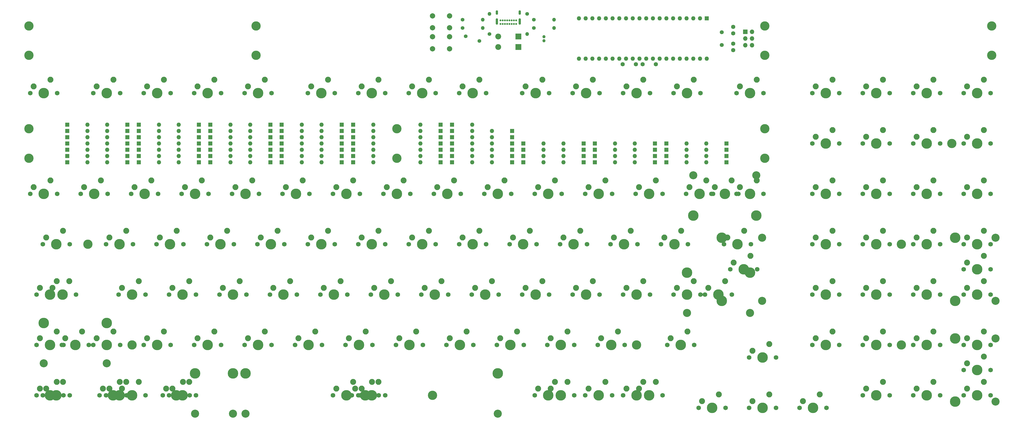
<source format=gbr>
%TF.GenerationSoftware,KiCad,Pcbnew,(6.0.0)*%
%TF.CreationDate,2022-03-15T20:57:22+01:00*%
%TF.ProjectId,pcb,7063622e-6b69-4636-9164-5f7063625858,rev?*%
%TF.SameCoordinates,Original*%
%TF.FileFunction,Soldermask,Bot*%
%TF.FilePolarity,Negative*%
%FSLAX46Y46*%
G04 Gerber Fmt 4.6, Leading zero omitted, Abs format (unit mm)*
G04 Created by KiCad (PCBNEW (6.0.0)) date 2022-03-15 20:57:22*
%MOMM*%
%LPD*%
G01*
G04 APERTURE LIST*
%ADD10R,1.600000X1.600000*%
%ADD11O,1.600000X1.600000*%
%ADD12C,3.987800*%
%ADD13C,1.750000*%
%ADD14C,2.250000*%
%ADD15C,3.500001*%
%ADD16C,3.048000*%
%ADD17C,1.400000*%
%ADD18O,1.400000X1.400000*%
%ADD19C,1.500000*%
%ADD20C,2.000000*%
%ADD21R,1.700000X1.700000*%
%ADD22O,1.700000X1.700000*%
%ADD23C,1.600000*%
%ADD24R,2.200000X2.200000*%
%ADD25O,2.200000X2.200000*%
%ADD26C,0.700000*%
%ADD27O,0.900000X1.700000*%
%ADD28O,0.900000X2.400000*%
%ADD29C,1.200000*%
G04 APERTURE END LIST*
D10*
%TO.C,D104*%
X289560000Y-182562500D03*
D11*
X281940000Y-182562500D03*
%TD*%
D12*
%TO.C,SW22*%
X465137500Y-177800000D03*
D13*
X460057500Y-177800000D03*
X470217500Y-177800000D03*
D14*
X461327500Y-175260000D03*
X467677500Y-172720000D03*
%TD*%
D15*
%TO.C,MH2*%
X259556250Y-273050000D03*
%TD*%
D12*
%TO.C,SW106*%
X303212500Y-273050000D03*
D13*
X298132500Y-273050000D03*
X308292500Y-273050000D03*
D14*
X299402500Y-270510000D03*
X305752500Y-267970000D03*
%TD*%
D12*
%TO.C,SW122*%
X236537500Y-273050000D03*
D16*
X284162500Y-280035000D03*
X188912500Y-280035000D03*
D12*
X188912500Y-264795000D03*
D13*
X241617500Y-273050000D03*
D12*
X284162500Y-264795000D03*
D13*
X231457500Y-273050000D03*
D14*
X232727500Y-270510000D03*
X239077500Y-267970000D03*
%TD*%
D10*
%TO.C,D14*%
X121602500Y-184943750D03*
D11*
X129222500Y-184943750D03*
%TD*%
D10*
%TO.C,D79*%
X262572500Y-182562500D03*
D11*
X254952500Y-182562500D03*
%TD*%
D10*
%TO.C,D75*%
X347821250Y-180181250D03*
D11*
X355441250Y-180181250D03*
%TD*%
D10*
%TO.C,D62*%
X225266250Y-182562500D03*
D11*
X217646250Y-182562500D03*
%TD*%
D13*
%TO.C,SW48*%
X212407500Y-215900000D03*
X222567500Y-215900000D03*
D12*
X217487500Y-215900000D03*
D14*
X213677500Y-213360000D03*
X220027500Y-210820000D03*
%TD*%
D15*
%TO.C,MH2*%
X246062500Y-183356250D03*
%TD*%
D10*
%TO.C,D30*%
X148590000Y-175418750D03*
D11*
X156210000Y-175418750D03*
%TD*%
D10*
%TO.C,D22*%
X316547500Y-184943750D03*
D11*
X308927500Y-184943750D03*
%TD*%
D15*
%TO.C,MH2*%
X470693750Y-144462500D03*
%TD*%
D10*
%TO.C,D31*%
X171291250Y-175418750D03*
D11*
X163671250Y-175418750D03*
%TD*%
D15*
%TO.C,MH2*%
X107156250Y-183356250D03*
%TD*%
D12*
%TO.C,SW82*%
X136525000Y-245745000D03*
X112712500Y-245745000D03*
D13*
X129698750Y-254000000D03*
D12*
X124618750Y-254000000D03*
D16*
X136525000Y-260985000D03*
D13*
X119538750Y-254000000D03*
D16*
X112712500Y-260985000D03*
D14*
X120808750Y-251460000D03*
X127158750Y-248920000D03*
%TD*%
D13*
%TO.C,SW47*%
X193357500Y-215900000D03*
D12*
X198437500Y-215900000D03*
D13*
X203517500Y-215900000D03*
D14*
X194627500Y-213360000D03*
X200977500Y-210820000D03*
%TD*%
D17*
%TO.C,R5*%
X297815000Y-130968750D03*
D18*
X305435000Y-130968750D03*
%TD*%
D13*
%TO.C,SW49*%
X241617500Y-215900000D03*
X231457500Y-215900000D03*
D12*
X236537500Y-215900000D03*
D14*
X232727500Y-213360000D03*
X239077500Y-210820000D03*
%TD*%
D15*
%TO.C,MH2*%
X384968750Y-172243750D03*
%TD*%
D10*
%TO.C,D102*%
X289560000Y-180181250D03*
D11*
X281940000Y-180181250D03*
%TD*%
D13*
%TO.C,SW108*%
X346392500Y-273050000D03*
D12*
X341312500Y-273050000D03*
D13*
X336232500Y-273050000D03*
D14*
X337502500Y-270510000D03*
X343852500Y-267970000D03*
%TD*%
D13*
%TO.C,SW7*%
X231457500Y-158750000D03*
X241617500Y-158750000D03*
D12*
X236537500Y-158750000D03*
D14*
X232727500Y-156210000D03*
X239077500Y-153670000D03*
%TD*%
D13*
%TO.C,SW102*%
X120173750Y-273050000D03*
D12*
X115093750Y-273050000D03*
D13*
X110013750Y-273050000D03*
D14*
X111283750Y-270510000D03*
X117633750Y-267970000D03*
%TD*%
D10*
%TO.C,D72*%
X225266250Y-170656250D03*
D11*
X217646250Y-170656250D03*
%TD*%
D10*
%TO.C,D27*%
X171291250Y-180181250D03*
D11*
X163671250Y-180181250D03*
%TD*%
D10*
%TO.C,D1*%
X144303750Y-170656250D03*
D11*
X136683750Y-170656250D03*
%TD*%
D12*
%TO.C,SW58*%
X427037500Y-215900000D03*
D13*
X432117500Y-215900000D03*
X421957500Y-215900000D03*
D14*
X423227500Y-213360000D03*
X429577500Y-210820000D03*
%TD*%
D10*
%TO.C,D84*%
X229552500Y-184943750D03*
D11*
X237172500Y-184943750D03*
%TD*%
D12*
%TO.C,SW113*%
X446087500Y-273050000D03*
D13*
X441007500Y-273050000D03*
X451167500Y-273050000D03*
D14*
X442277500Y-270510000D03*
X448627500Y-267970000D03*
%TD*%
D10*
%TO.C,D107*%
X289560000Y-173037500D03*
D11*
X281940000Y-173037500D03*
%TD*%
D12*
%TO.C,SW61*%
X456882500Y-237363000D03*
D13*
X460057500Y-225425000D03*
D12*
X465137500Y-225425000D03*
D16*
X472122500Y-213487000D03*
D13*
X470217500Y-225425000D03*
D16*
X472122500Y-237363000D03*
D12*
X456882500Y-213487000D03*
D14*
X461327500Y-222885000D03*
X467677500Y-220345000D03*
%TD*%
D13*
%TO.C,SW5*%
X198755000Y-158750000D03*
D12*
X193675000Y-158750000D03*
D13*
X188595000Y-158750000D03*
D14*
X189865000Y-156210000D03*
X196215000Y-153670000D03*
%TD*%
D10*
%TO.C,D3*%
X144303750Y-184943750D03*
D11*
X136683750Y-184943750D03*
%TD*%
D12*
%TO.C,SW111*%
X403225000Y-277812500D03*
D13*
X398145000Y-277812500D03*
X408305000Y-277812500D03*
D14*
X399415000Y-275272500D03*
X405765000Y-272732500D03*
%TD*%
D10*
%TO.C,D32*%
X148590000Y-177800000D03*
D11*
X156210000Y-177800000D03*
%TD*%
D13*
%TO.C,SW38*%
X384492500Y-196850000D03*
D12*
X379412500Y-196850000D03*
D13*
X374332500Y-196850000D03*
D14*
X375602500Y-194310000D03*
X381952500Y-191770000D03*
%TD*%
D13*
%TO.C,SW87*%
X217805000Y-254000000D03*
X207645000Y-254000000D03*
D12*
X212725000Y-254000000D03*
D14*
X208915000Y-251460000D03*
X215265000Y-248920000D03*
%TD*%
D13*
%TO.C,SW78*%
X441007500Y-234950000D03*
D12*
X446087500Y-234950000D03*
D13*
X451167500Y-234950000D03*
D14*
X442277500Y-232410000D03*
X448627500Y-229870000D03*
%TD*%
D13*
%TO.C,SW97*%
X421957500Y-254000000D03*
X432117500Y-254000000D03*
D12*
X427037500Y-254000000D03*
D14*
X423227500Y-251460000D03*
X429577500Y-248920000D03*
%TD*%
D17*
%TO.C,R3*%
X280987500Y-136366250D03*
D18*
X280987500Y-128746250D03*
%TD*%
D15*
%TO.C,MH2*%
X107156250Y-133350000D03*
%TD*%
D10*
%TO.C,D57*%
X343535000Y-180181250D03*
D11*
X335915000Y-180181250D03*
%TD*%
D10*
%TO.C,D103*%
X266858750Y-177800000D03*
D11*
X274478750Y-177800000D03*
%TD*%
D19*
%TO.C,Y1*%
X368756250Y-140562500D03*
X368756250Y-135682500D03*
%TD*%
D13*
%TO.C,SW32*%
X270192500Y-196850000D03*
X260032500Y-196850000D03*
D12*
X265112500Y-196850000D03*
D14*
X261302500Y-194310000D03*
X267652500Y-191770000D03*
%TD*%
D13*
%TO.C,SW86*%
X188595000Y-254000000D03*
D12*
X193675000Y-254000000D03*
D13*
X198755000Y-254000000D03*
D14*
X189865000Y-251460000D03*
X196215000Y-248920000D03*
%TD*%
D10*
%TO.C,D91*%
X370522500Y-177800000D03*
D11*
X362902500Y-177800000D03*
%TD*%
D13*
%TO.C,SW34*%
X298132500Y-196850000D03*
X308292500Y-196850000D03*
D12*
X303212500Y-196850000D03*
D14*
X299402500Y-194310000D03*
X305752500Y-191770000D03*
%TD*%
D12*
%TO.C,SW52*%
X293687500Y-215900000D03*
D13*
X288607500Y-215900000D03*
X298767500Y-215900000D03*
D14*
X289877500Y-213360000D03*
X296227500Y-210820000D03*
%TD*%
D13*
%TO.C,SW54*%
X336867500Y-215900000D03*
D12*
X331787500Y-215900000D03*
D13*
X326707500Y-215900000D03*
D14*
X327977500Y-213360000D03*
X334327500Y-210820000D03*
%TD*%
D10*
%TO.C,D82*%
X229552500Y-182562500D03*
D11*
X237172500Y-182562500D03*
%TD*%
D12*
%TO.C,SW20*%
X427037500Y-177800000D03*
D13*
X432117500Y-177800000D03*
X421957500Y-177800000D03*
D14*
X423227500Y-175260000D03*
X429577500Y-172720000D03*
%TD*%
D13*
%TO.C,SW15*%
X402907500Y-158750000D03*
X413067500Y-158750000D03*
D12*
X407987500Y-158750000D03*
D14*
X404177500Y-156210000D03*
X410527500Y-153670000D03*
%TD*%
D10*
%TO.C,D12*%
X121602500Y-182562500D03*
D11*
X129222500Y-182562500D03*
%TD*%
D13*
%TO.C,SW37*%
X364807500Y-196850000D03*
D12*
X369887500Y-196850000D03*
D13*
X374967500Y-196850000D03*
D12*
X357981250Y-205105000D03*
D16*
X357981250Y-189865000D03*
X381793750Y-189865000D03*
D12*
X381793750Y-205105000D03*
D14*
X366077500Y-194310000D03*
X372427500Y-191770000D03*
%TD*%
D10*
%TO.C,D93*%
X370522500Y-182562500D03*
D11*
X362902500Y-182562500D03*
%TD*%
D20*
%TO.C,SW124*%
X265981250Y-134012500D03*
X259481250Y-134012500D03*
X265981250Y-129512500D03*
X259481250Y-129512500D03*
%TD*%
D12*
%TO.C,SW3*%
X155575000Y-158750000D03*
D13*
X160655000Y-158750000D03*
X150495000Y-158750000D03*
D14*
X151765000Y-156210000D03*
X158115000Y-153670000D03*
%TD*%
D10*
%TO.C,D63*%
X202565000Y-182562500D03*
D11*
X210185000Y-182562500D03*
%TD*%
D10*
%TO.C,D86*%
X229552500Y-173037500D03*
D11*
X237172500Y-173037500D03*
%TD*%
D12*
%TO.C,SW30*%
X227012500Y-196850000D03*
D13*
X221932500Y-196850000D03*
X232092500Y-196850000D03*
D14*
X223202500Y-194310000D03*
X229552500Y-191770000D03*
%TD*%
D10*
%TO.C,D36*%
X148590000Y-182562500D03*
D11*
X156210000Y-182562500D03*
%TD*%
D12*
%TO.C,SW31*%
X246062500Y-196850000D03*
D13*
X240982500Y-196850000D03*
X251142500Y-196850000D03*
D14*
X242252500Y-194310000D03*
X248602500Y-191770000D03*
%TD*%
D10*
%TO.C,D8*%
X121602500Y-177800000D03*
D11*
X129222500Y-177800000D03*
%TD*%
D13*
%TO.C,SW69*%
X236220000Y-234950000D03*
X246380000Y-234950000D03*
D12*
X241300000Y-234950000D03*
D14*
X237490000Y-232410000D03*
X243840000Y-229870000D03*
%TD*%
D10*
%TO.C,D21*%
X316547500Y-182562500D03*
D11*
X308927500Y-182562500D03*
%TD*%
D10*
%TO.C,D80*%
X229552500Y-180181250D03*
D11*
X237172500Y-180181250D03*
%TD*%
D10*
%TO.C,D78*%
X229552500Y-177800000D03*
D11*
X237172500Y-177800000D03*
%TD*%
D12*
%TO.C,SW94*%
X353218750Y-254000000D03*
D13*
X358298750Y-254000000D03*
X348138750Y-254000000D03*
D14*
X349408750Y-251460000D03*
X355758750Y-248920000D03*
%TD*%
D13*
%TO.C,SW11*%
X322580000Y-158750000D03*
D12*
X317500000Y-158750000D03*
D13*
X312420000Y-158750000D03*
D14*
X313690000Y-156210000D03*
X320040000Y-153670000D03*
%TD*%
D13*
%TO.C,SW107*%
X327342500Y-273050000D03*
X317182500Y-273050000D03*
D12*
X322262500Y-273050000D03*
D14*
X318452500Y-270510000D03*
X324802500Y-267970000D03*
%TD*%
D10*
%TO.C,D96*%
X289560000Y-184943750D03*
D11*
X281940000Y-184943750D03*
%TD*%
D13*
%TO.C,SW116*%
X146367500Y-273050000D03*
X136207500Y-273050000D03*
D12*
X141287500Y-273050000D03*
D14*
X137477500Y-270510000D03*
X143827500Y-267970000D03*
%TD*%
D12*
%TO.C,SW95*%
X384175000Y-258762500D03*
D13*
X389255000Y-258762500D03*
X379095000Y-258762500D03*
D14*
X380365000Y-256222500D03*
X386715000Y-253682500D03*
%TD*%
D13*
%TO.C,SW51*%
X269557500Y-215900000D03*
D12*
X274637500Y-215900000D03*
D13*
X279717500Y-215900000D03*
D14*
X270827500Y-213360000D03*
X277177500Y-210820000D03*
%TD*%
D13*
%TO.C,SW45*%
X155257500Y-215900000D03*
D12*
X160337500Y-215900000D03*
D13*
X165417500Y-215900000D03*
D14*
X156527500Y-213360000D03*
X162877500Y-210820000D03*
%TD*%
D15*
%TO.C,MH2*%
X192881250Y-133350000D03*
%TD*%
D10*
%TO.C,D73*%
X347821250Y-184943750D03*
D11*
X355441250Y-184943750D03*
%TD*%
D15*
%TO.C,MH2*%
X436562500Y-215900000D03*
%TD*%
D13*
%TO.C,SW14*%
X384492500Y-158750000D03*
D12*
X379412500Y-158750000D03*
D13*
X374332500Y-158750000D03*
D14*
X375602500Y-156210000D03*
X381952500Y-153670000D03*
%TD*%
D10*
%TO.C,D88*%
X229552500Y-175418750D03*
D11*
X237172500Y-175418750D03*
%TD*%
D12*
%TO.C,SW35*%
X322262500Y-196850000D03*
D13*
X317182500Y-196850000D03*
X327342500Y-196850000D03*
D14*
X318452500Y-194310000D03*
X324802500Y-191770000D03*
%TD*%
D13*
%TO.C,SW41*%
X451167500Y-196850000D03*
X441007500Y-196850000D03*
D12*
X446087500Y-196850000D03*
D14*
X442277500Y-194310000D03*
X448627500Y-191770000D03*
%TD*%
D10*
%TO.C,D50*%
X198278750Y-175418750D03*
D11*
X190658750Y-175418750D03*
%TD*%
D12*
%TO.C,SW39*%
X407987500Y-196850000D03*
D13*
X402907500Y-196850000D03*
X413067500Y-196850000D03*
D14*
X404177500Y-194310000D03*
X410527500Y-191770000D03*
%TD*%
D21*
%TO.C,J2*%
X377656250Y-135587500D03*
D22*
X380196250Y-135587500D03*
X377656250Y-138127500D03*
X380196250Y-138127500D03*
X377656250Y-140667500D03*
X380196250Y-140667500D03*
%TD*%
D12*
%TO.C,SW85*%
X174625000Y-254000000D03*
D13*
X179705000Y-254000000D03*
X169545000Y-254000000D03*
D14*
X170815000Y-251460000D03*
X177165000Y-248920000D03*
%TD*%
D10*
%TO.C,D83*%
X262572500Y-177800000D03*
D11*
X254952500Y-177800000D03*
%TD*%
D12*
%TO.C,SW21*%
X446087500Y-177800000D03*
D13*
X451167500Y-177800000D03*
X441007500Y-177800000D03*
D14*
X442277500Y-175260000D03*
X448627500Y-172720000D03*
%TD*%
D10*
%TO.C,D9*%
X144303750Y-177800000D03*
D11*
X136683750Y-177800000D03*
%TD*%
D12*
%TO.C,SW93*%
X327025000Y-254000000D03*
D13*
X321945000Y-254000000D03*
X332105000Y-254000000D03*
D14*
X323215000Y-251460000D03*
X329565000Y-248920000D03*
%TD*%
D13*
%TO.C,SW71*%
X274320000Y-234950000D03*
X284480000Y-234950000D03*
D12*
X279400000Y-234950000D03*
D14*
X275590000Y-232410000D03*
X281940000Y-229870000D03*
%TD*%
D10*
%TO.C,D47*%
X175577500Y-170656250D03*
D11*
X183197500Y-170656250D03*
%TD*%
D12*
%TO.C,SW121*%
X146050000Y-273050000D03*
D13*
X151130000Y-273050000D03*
X140970000Y-273050000D03*
D14*
X142240000Y-270510000D03*
X148590000Y-267970000D03*
%TD*%
D13*
%TO.C,SW6*%
X222567500Y-158750000D03*
D12*
X217487500Y-158750000D03*
D13*
X212407500Y-158750000D03*
D14*
X213677500Y-156210000D03*
X220027500Y-153670000D03*
%TD*%
D13*
%TO.C,SW33*%
X279082500Y-196850000D03*
D12*
X284162500Y-196850000D03*
D13*
X289242500Y-196850000D03*
D14*
X280352500Y-194310000D03*
X286702500Y-191770000D03*
%TD*%
D23*
%TO.C,C4*%
X373062500Y-142537500D03*
X373062500Y-140037500D03*
%TD*%
D10*
%TO.C,U1*%
X363056250Y-130487500D03*
D11*
X360516250Y-130487500D03*
X357976250Y-130487500D03*
X355436250Y-130487500D03*
X352896250Y-130487500D03*
X350356250Y-130487500D03*
X347816250Y-130487500D03*
X345276250Y-130487500D03*
X342736250Y-130487500D03*
X340196250Y-130487500D03*
X337656250Y-130487500D03*
X335116250Y-130487500D03*
X332576250Y-130487500D03*
X330036250Y-130487500D03*
X327496250Y-130487500D03*
X324956250Y-130487500D03*
X322416250Y-130487500D03*
X319876250Y-130487500D03*
X317336250Y-130487500D03*
X314796250Y-130487500D03*
X314796250Y-145727500D03*
X317336250Y-145727500D03*
X319876250Y-145727500D03*
X322416250Y-145727500D03*
X324956250Y-145727500D03*
X327496250Y-145727500D03*
X330036250Y-145727500D03*
X332576250Y-145727500D03*
X335116250Y-145727500D03*
X337656250Y-145727500D03*
X340196250Y-145727500D03*
X342736250Y-145727500D03*
X345276250Y-145727500D03*
X347816250Y-145727500D03*
X350356250Y-145727500D03*
X352896250Y-145727500D03*
X355436250Y-145727500D03*
X357976250Y-145727500D03*
X360516250Y-145727500D03*
X363056250Y-145727500D03*
%TD*%
D13*
%TO.C,SW88*%
X226695000Y-254000000D03*
D12*
X231775000Y-254000000D03*
D13*
X236855000Y-254000000D03*
D14*
X227965000Y-251460000D03*
X234315000Y-248920000D03*
%TD*%
D10*
%TO.C,D74*%
X347821250Y-182562500D03*
D11*
X355441250Y-182562500D03*
%TD*%
D10*
%TO.C,D4*%
X121602500Y-173037500D03*
D11*
X129222500Y-173037500D03*
%TD*%
D12*
%TO.C,SW120*%
X336550000Y-273050000D03*
D13*
X341630000Y-273050000D03*
X331470000Y-273050000D03*
D14*
X332740000Y-270510000D03*
X339090000Y-267970000D03*
%TD*%
D12*
%TO.C,SW105*%
X184156350Y-264795000D03*
D16*
X284156150Y-280035000D03*
D13*
X229076250Y-273050000D03*
X239236250Y-273050000D03*
D12*
X284156150Y-264795000D03*
X234156250Y-273050000D03*
D16*
X184156350Y-280035000D03*
D14*
X230346250Y-270510000D03*
X236696250Y-267970000D03*
%TD*%
D13*
%TO.C,SW64*%
X140970000Y-234950000D03*
X151130000Y-234950000D03*
D12*
X146050000Y-234950000D03*
D14*
X142240000Y-232410000D03*
X148590000Y-229870000D03*
%TD*%
D13*
%TO.C,SW70*%
X255270000Y-234950000D03*
D12*
X260350000Y-234950000D03*
D13*
X265430000Y-234950000D03*
D14*
X256540000Y-232410000D03*
X262890000Y-229870000D03*
%TD*%
D10*
%TO.C,D100*%
X289560000Y-177800000D03*
D11*
X281940000Y-177800000D03*
%TD*%
D10*
%TO.C,D65*%
X202565000Y-184943750D03*
D11*
X210185000Y-184943750D03*
%TD*%
D12*
%TO.C,SW59*%
X446087500Y-215900000D03*
D13*
X441007500Y-215900000D03*
X451167500Y-215900000D03*
D14*
X442277500Y-213360000D03*
X448627500Y-210820000D03*
%TD*%
D12*
%TO.C,SW8*%
X255587500Y-158750000D03*
D13*
X250507500Y-158750000D03*
X260667500Y-158750000D03*
D14*
X251777500Y-156210000D03*
X258127500Y-153670000D03*
%TD*%
D15*
%TO.C,MH2*%
X146050000Y-254000000D03*
%TD*%
D13*
%TO.C,SW68*%
X217170000Y-234950000D03*
D12*
X222250000Y-234950000D03*
D13*
X227330000Y-234950000D03*
D14*
X218440000Y-232410000D03*
X224790000Y-229870000D03*
%TD*%
D10*
%TO.C,D70*%
X225266250Y-173037500D03*
D11*
X217646250Y-173037500D03*
%TD*%
D13*
%TO.C,SW73*%
X312420000Y-234950000D03*
D12*
X317500000Y-234950000D03*
D13*
X322580000Y-234950000D03*
D14*
X313690000Y-232410000D03*
X320040000Y-229870000D03*
%TD*%
D24*
%TO.C,D109*%
X291941250Y-137318750D03*
D25*
X284321250Y-137318750D03*
%TD*%
D13*
%TO.C,SW110*%
X389255000Y-277812500D03*
X379095000Y-277812500D03*
D12*
X384175000Y-277812500D03*
D14*
X380365000Y-275272500D03*
X386715000Y-272732500D03*
%TD*%
D17*
%TO.C,R4*%
X297815000Y-134143750D03*
D18*
X305435000Y-134143750D03*
%TD*%
D10*
%TO.C,D28*%
X148590000Y-173037500D03*
D11*
X156210000Y-173037500D03*
%TD*%
D12*
%TO.C,SW119*%
X307975000Y-273050000D03*
D13*
X302895000Y-273050000D03*
X313055000Y-273050000D03*
D14*
X304165000Y-270510000D03*
X310515000Y-267970000D03*
%TD*%
D13*
%TO.C,SW66*%
X179070000Y-234950000D03*
X189230000Y-234950000D03*
D12*
X184150000Y-234950000D03*
D14*
X180340000Y-232410000D03*
X186690000Y-229870000D03*
%TD*%
D10*
%TO.C,D71*%
X202565000Y-177800000D03*
D11*
X210185000Y-177800000D03*
%TD*%
D13*
%TO.C,SW53*%
X317817500Y-215900000D03*
D12*
X312737500Y-215900000D03*
D13*
X307657500Y-215900000D03*
D14*
X308927500Y-213360000D03*
X315277500Y-210820000D03*
%TD*%
D12*
%TO.C,SW80*%
X115093750Y-234950000D03*
D13*
X120173750Y-234950000D03*
X110013750Y-234950000D03*
D14*
X111283750Y-232410000D03*
X117633750Y-229870000D03*
%TD*%
D23*
%TO.C,C3*%
X336308129Y-147870000D03*
X331308129Y-147870000D03*
%TD*%
D13*
%TO.C,SW42*%
X460057500Y-196850000D03*
X470217500Y-196850000D03*
D12*
X465137500Y-196850000D03*
D14*
X461327500Y-194310000D03*
X467677500Y-191770000D03*
%TD*%
D10*
%TO.C,D77*%
X262572500Y-184943750D03*
D11*
X254952500Y-184943750D03*
%TD*%
D13*
%TO.C,SW18*%
X470217500Y-158750000D03*
D12*
X465137500Y-158750000D03*
D13*
X460057500Y-158750000D03*
D14*
X461327500Y-156210000D03*
X467677500Y-153670000D03*
%TD*%
D10*
%TO.C,D40*%
X320833750Y-180181250D03*
D11*
X328453750Y-180181250D03*
%TD*%
D13*
%TO.C,SW98*%
X441007500Y-254000000D03*
X451167500Y-254000000D03*
D12*
X446087500Y-254000000D03*
D14*
X442277500Y-251460000D03*
X448627500Y-248920000D03*
%TD*%
D26*
%TO.C,J1*%
X291106250Y-132612500D03*
X290256250Y-132612500D03*
X289406250Y-132612500D03*
X288556250Y-132612500D03*
X287706250Y-132612500D03*
X286856250Y-132612500D03*
X286006250Y-132612500D03*
X285156250Y-132612500D03*
X285156250Y-131262500D03*
X286006250Y-131262500D03*
X286856250Y-131262500D03*
X287706250Y-131262500D03*
X288556250Y-131262500D03*
X289406250Y-131262500D03*
X290256250Y-131262500D03*
X291106250Y-131262500D03*
D27*
X283806250Y-128252500D03*
D28*
X283806250Y-131632500D03*
X292456250Y-131632500D03*
D27*
X292456250Y-128252500D03*
%TD*%
D13*
%TO.C,SW77*%
X421957500Y-234950000D03*
X432117500Y-234950000D03*
D12*
X427037500Y-234950000D03*
D14*
X423227500Y-232410000D03*
X429577500Y-229870000D03*
%TD*%
D13*
%TO.C,SW76*%
X413067500Y-234950000D03*
X402907500Y-234950000D03*
D12*
X407987500Y-234950000D03*
D14*
X404177500Y-232410000D03*
X410527500Y-229870000D03*
%TD*%
D10*
%TO.C,D5*%
X144303750Y-182562500D03*
D11*
X136683750Y-182562500D03*
%TD*%
D12*
%TO.C,SW81*%
X355600000Y-234950000D03*
D13*
X350520000Y-234950000D03*
X360680000Y-234950000D03*
D14*
X351790000Y-232410000D03*
X358140000Y-229870000D03*
%TD*%
D15*
%TO.C,MH2*%
X384968750Y-183356250D03*
%TD*%
D13*
%TO.C,SW103*%
X143986250Y-273050000D03*
D12*
X138906250Y-273050000D03*
D13*
X133826250Y-273050000D03*
D14*
X135096250Y-270510000D03*
X141446250Y-267970000D03*
%TD*%
D10*
%TO.C,D48*%
X198278750Y-177800000D03*
D11*
X190658750Y-177800000D03*
%TD*%
D15*
%TO.C,MH2*%
X107156250Y-172243750D03*
%TD*%
D12*
%TO.C,SW27*%
X169862500Y-196850000D03*
D13*
X174942500Y-196850000D03*
X164782500Y-196850000D03*
D14*
X166052500Y-194310000D03*
X172402500Y-191770000D03*
%TD*%
D13*
%TO.C,SW13*%
X350520000Y-158750000D03*
D12*
X355600000Y-158750000D03*
D13*
X360680000Y-158750000D03*
D14*
X351790000Y-156210000D03*
X358140000Y-153670000D03*
%TD*%
D13*
%TO.C,SW60*%
X460057500Y-215900000D03*
X470217500Y-215900000D03*
D12*
X465137500Y-215900000D03*
D14*
X461327500Y-213360000D03*
X467677500Y-210820000D03*
%TD*%
D10*
%TO.C,D6*%
X121602500Y-175418750D03*
D11*
X129222500Y-175418750D03*
%TD*%
D10*
%TO.C,D25*%
X171291250Y-182562500D03*
D11*
X163671250Y-182562500D03*
%TD*%
D10*
%TO.C,D26*%
X148590000Y-170656250D03*
D11*
X156210000Y-170656250D03*
%TD*%
D13*
%TO.C,SW79*%
X470217500Y-234950000D03*
X460057500Y-234950000D03*
D12*
X465137500Y-234950000D03*
D14*
X461327500Y-232410000D03*
X467677500Y-229870000D03*
%TD*%
D12*
%TO.C,SW40*%
X427037500Y-196850000D03*
D13*
X421957500Y-196850000D03*
X432117500Y-196850000D03*
D14*
X423227500Y-194310000D03*
X429577500Y-191770000D03*
%TD*%
D10*
%TO.C,D56*%
X343535000Y-177800000D03*
D11*
X335915000Y-177800000D03*
%TD*%
D13*
%TO.C,SW92*%
X302895000Y-254000000D03*
D12*
X307975000Y-254000000D03*
D13*
X313055000Y-254000000D03*
D14*
X304165000Y-251460000D03*
X310515000Y-248920000D03*
%TD*%
D12*
%TO.C,SW83*%
X136525000Y-254000000D03*
D13*
X141605000Y-254000000D03*
X131445000Y-254000000D03*
D14*
X132715000Y-251460000D03*
X139065000Y-248920000D03*
%TD*%
D13*
%TO.C,SW36*%
X336232500Y-196850000D03*
D12*
X341312500Y-196850000D03*
D13*
X346392500Y-196850000D03*
D14*
X337502500Y-194310000D03*
X343852500Y-191770000D03*
%TD*%
D12*
%TO.C,SW1*%
X112712500Y-158750000D03*
D13*
X107632500Y-158750000D03*
X117792500Y-158750000D03*
D14*
X108902500Y-156210000D03*
X115252500Y-153670000D03*
%TD*%
D13*
%TO.C,SW10*%
X293370000Y-158750000D03*
X303530000Y-158750000D03*
D12*
X298450000Y-158750000D03*
D14*
X294640000Y-156210000D03*
X300990000Y-153670000D03*
%TD*%
D17*
%TO.C,R1*%
X295275000Y-128746250D03*
D18*
X295275000Y-136366250D03*
%TD*%
D10*
%TO.C,D87*%
X262572500Y-173037500D03*
D11*
X254952500Y-173037500D03*
%TD*%
D17*
%TO.C,R6*%
X270827500Y-130968750D03*
D18*
X278447500Y-130968750D03*
%TD*%
D10*
%TO.C,D11*%
X144303750Y-175418750D03*
D11*
X136683750Y-175418750D03*
%TD*%
D13*
%TO.C,SW2*%
X141605000Y-158750000D03*
X131445000Y-158750000D03*
D12*
X136525000Y-158750000D03*
D14*
X132715000Y-156210000D03*
X139065000Y-153670000D03*
%TD*%
D10*
%TO.C,D29*%
X171291250Y-177800000D03*
D11*
X163671250Y-177800000D03*
%TD*%
D20*
%TO.C,SW123*%
X259481250Y-141950000D03*
X265981250Y-141950000D03*
X259481250Y-137450000D03*
X265981250Y-137450000D03*
%TD*%
D10*
%TO.C,D92*%
X370522500Y-180181250D03*
D11*
X362902500Y-180181250D03*
%TD*%
D12*
%TO.C,SW74*%
X336550000Y-234950000D03*
D13*
X341630000Y-234950000D03*
X331470000Y-234950000D03*
D14*
X332740000Y-232410000D03*
X339090000Y-229870000D03*
%TD*%
D10*
%TO.C,D33*%
X171291250Y-173037500D03*
D11*
X163671250Y-173037500D03*
%TD*%
D10*
%TO.C,D81*%
X262572500Y-180181250D03*
D11*
X254952500Y-180181250D03*
%TD*%
D10*
%TO.C,D46*%
X198278750Y-180181250D03*
D11*
X190658750Y-180181250D03*
%TD*%
D12*
%TO.C,SW62*%
X377031250Y-225425000D03*
D16*
X384016250Y-237363000D03*
D13*
X371951250Y-225425000D03*
D16*
X384016250Y-213487000D03*
D12*
X368776250Y-237363000D03*
D13*
X382111250Y-225425000D03*
D12*
X368776250Y-213487000D03*
D14*
X373221250Y-222885000D03*
X379571250Y-220345000D03*
%TD*%
D13*
%TO.C,SW28*%
X183832500Y-196850000D03*
X193992500Y-196850000D03*
D12*
X188912500Y-196850000D03*
D14*
X185102500Y-194310000D03*
X191452500Y-191770000D03*
%TD*%
D15*
%TO.C,MH2*%
X470693750Y-133350000D03*
%TD*%
D10*
%TO.C,D97*%
X266858750Y-182562500D03*
D11*
X274478750Y-182562500D03*
%TD*%
D13*
%TO.C,SW115*%
X112395000Y-273050000D03*
X122555000Y-273050000D03*
D12*
X117475000Y-273050000D03*
D14*
X113665000Y-270510000D03*
X120015000Y-267970000D03*
%TD*%
D13*
%TO.C,SW12*%
X331470000Y-158750000D03*
X341630000Y-158750000D03*
D12*
X336550000Y-158750000D03*
D14*
X332740000Y-156210000D03*
X339090000Y-153670000D03*
%TD*%
D12*
%TO.C,SW104*%
X162718750Y-273050000D03*
D13*
X167798750Y-273050000D03*
X157638750Y-273050000D03*
D14*
X158908750Y-270510000D03*
X165258750Y-267970000D03*
%TD*%
D17*
%TO.C,F1*%
X277187500Y-139012500D03*
X272087500Y-137212500D03*
%TD*%
D23*
%TO.C,C2*%
X338812500Y-147870000D03*
X343812500Y-147870000D03*
%TD*%
D10*
%TO.C,D17*%
X293846250Y-182562500D03*
D11*
X301466250Y-182562500D03*
%TD*%
D12*
%TO.C,SW43*%
X117475000Y-215900000D03*
D13*
X112395000Y-215900000D03*
X122555000Y-215900000D03*
D14*
X113665000Y-213360000D03*
X120015000Y-210820000D03*
%TD*%
D13*
%TO.C,SW101*%
X470217500Y-263525000D03*
D12*
X456882500Y-275463000D03*
D13*
X460057500Y-263525000D03*
D12*
X465137500Y-263525000D03*
D16*
X472122500Y-251587000D03*
X472122500Y-275463000D03*
D12*
X456882500Y-251587000D03*
D14*
X461327500Y-260985000D03*
X467677500Y-258445000D03*
%TD*%
D10*
%TO.C,D98*%
X266858750Y-180181250D03*
D11*
X274478750Y-180181250D03*
%TD*%
D10*
%TO.C,D15*%
X293846250Y-177800000D03*
D11*
X301466250Y-177800000D03*
%TD*%
D12*
%TO.C,SW44*%
X141287500Y-215900000D03*
D13*
X136207500Y-215900000D03*
X146367500Y-215900000D03*
D14*
X137477500Y-213360000D03*
X143827500Y-210820000D03*
%TD*%
D13*
%TO.C,SW24*%
X107632500Y-196850000D03*
D12*
X112712500Y-196850000D03*
D13*
X117792500Y-196850000D03*
D14*
X108902500Y-194310000D03*
X115252500Y-191770000D03*
%TD*%
D12*
%TO.C,SW117*%
X165100000Y-273050000D03*
D13*
X160020000Y-273050000D03*
X170180000Y-273050000D03*
D14*
X161290000Y-270510000D03*
X167640000Y-267970000D03*
%TD*%
D15*
%TO.C,MH2*%
X384968750Y-133350000D03*
%TD*%
%TO.C,MH2*%
X384968750Y-144462500D03*
%TD*%
D10*
%TO.C,D54*%
X198278750Y-170656250D03*
D11*
X190658750Y-170656250D03*
%TD*%
D13*
%TO.C,SW89*%
X255905000Y-254000000D03*
D12*
X250825000Y-254000000D03*
D13*
X245745000Y-254000000D03*
D14*
X247015000Y-251460000D03*
X253365000Y-248920000D03*
%TD*%
D13*
%TO.C,SW67*%
X208280000Y-234950000D03*
D12*
X203200000Y-234950000D03*
D13*
X198120000Y-234950000D03*
D14*
X199390000Y-232410000D03*
X205740000Y-229870000D03*
%TD*%
D13*
%TO.C,SW17*%
X451167500Y-158750000D03*
X441007500Y-158750000D03*
D12*
X446087500Y-158750000D03*
D14*
X442277500Y-156210000D03*
X448627500Y-153670000D03*
%TD*%
D10*
%TO.C,D51*%
X175577500Y-175418750D03*
D11*
X183197500Y-175418750D03*
%TD*%
D13*
%TO.C,SW26*%
X155892500Y-196850000D03*
X145732500Y-196850000D03*
D12*
X150812500Y-196850000D03*
D14*
X147002500Y-194310000D03*
X153352500Y-191770000D03*
%TD*%
D10*
%TO.C,D68*%
X225266250Y-175418750D03*
D11*
X217646250Y-175418750D03*
%TD*%
D12*
%TO.C,SW56*%
X374650000Y-215900000D03*
D13*
X369570000Y-215900000D03*
X379730000Y-215900000D03*
D14*
X370840000Y-213360000D03*
X377190000Y-210820000D03*
%TD*%
D10*
%TO.C,D99*%
X266858750Y-173037500D03*
D11*
X274478750Y-173037500D03*
%TD*%
D10*
%TO.C,D90*%
X229552500Y-170656250D03*
D11*
X237172500Y-170656250D03*
%TD*%
D15*
%TO.C,MH2*%
X455612500Y-177800000D03*
%TD*%
D10*
%TO.C,D94*%
X370522500Y-184943750D03*
D11*
X362902500Y-184943750D03*
%TD*%
D12*
%TO.C,SW90*%
X269875000Y-254000000D03*
D13*
X264795000Y-254000000D03*
X274955000Y-254000000D03*
D14*
X266065000Y-251460000D03*
X272415000Y-248920000D03*
%TD*%
D13*
%TO.C,SW63*%
X124936250Y-234950000D03*
X114776250Y-234950000D03*
D12*
X119856250Y-234950000D03*
D14*
X116046250Y-232410000D03*
X122396250Y-229870000D03*
%TD*%
D10*
%TO.C,D19*%
X316547500Y-177800000D03*
D11*
X308927500Y-177800000D03*
%TD*%
D13*
%TO.C,SW19*%
X402907500Y-177800000D03*
D12*
X407987500Y-177800000D03*
D13*
X413067500Y-177800000D03*
D14*
X404177500Y-175260000D03*
X410527500Y-172720000D03*
%TD*%
D10*
%TO.C,D95*%
X266858750Y-184943750D03*
D11*
X274478750Y-184943750D03*
%TD*%
D12*
%TO.C,SW50*%
X255587500Y-215900000D03*
D13*
X260667500Y-215900000D03*
X250507500Y-215900000D03*
D14*
X251777500Y-213360000D03*
X258127500Y-210820000D03*
%TD*%
D15*
%TO.C,MH2*%
X436562500Y-254000000D03*
%TD*%
D10*
%TO.C,D69*%
X202565000Y-175418750D03*
D11*
X210185000Y-175418750D03*
%TD*%
D10*
%TO.C,D23*%
X171291250Y-184943750D03*
D11*
X163671250Y-184943750D03*
%TD*%
D13*
%TO.C,SW25*%
X126682500Y-196850000D03*
D12*
X131762500Y-196850000D03*
D13*
X136842500Y-196850000D03*
D14*
X127952500Y-194310000D03*
X134302500Y-191770000D03*
%TD*%
D13*
%TO.C,SW57*%
X413067500Y-215900000D03*
D12*
X407987500Y-215900000D03*
D13*
X402907500Y-215900000D03*
D14*
X404177500Y-213360000D03*
X410527500Y-210820000D03*
%TD*%
D10*
%TO.C,D16*%
X293846250Y-180181250D03*
D11*
X301466250Y-180181250D03*
%TD*%
D10*
%TO.C,D35*%
X171291250Y-170656250D03*
D11*
X163671250Y-170656250D03*
%TD*%
D10*
%TO.C,D64*%
X225266250Y-180181250D03*
D11*
X217646250Y-180181250D03*
%TD*%
D10*
%TO.C,D66*%
X225266250Y-177800000D03*
D11*
X217646250Y-177800000D03*
%TD*%
D10*
%TO.C,D105*%
X289560000Y-175418750D03*
D11*
X281940000Y-175418750D03*
%TD*%
D16*
%TO.C,SW75*%
X379412500Y-241935000D03*
D13*
X372586250Y-234950000D03*
D16*
X355600000Y-241935000D03*
D13*
X362426250Y-234950000D03*
D12*
X379412500Y-226695000D03*
X367506250Y-234950000D03*
X355600000Y-226695000D03*
D14*
X363696250Y-232410000D03*
X370046250Y-229870000D03*
%TD*%
D13*
%TO.C,SW100*%
X120173750Y-254000000D03*
D12*
X115093750Y-254000000D03*
D13*
X110013750Y-254000000D03*
D14*
X111283750Y-251460000D03*
X117633750Y-248920000D03*
%TD*%
D10*
%TO.C,D49*%
X175577500Y-173037500D03*
D11*
X183197500Y-173037500D03*
%TD*%
D10*
%TO.C,D43*%
X175577500Y-184943750D03*
D11*
X183197500Y-184943750D03*
%TD*%
D10*
%TO.C,D58*%
X343535000Y-182562500D03*
D11*
X335915000Y-182562500D03*
%TD*%
D24*
%TO.C,D108*%
X291941250Y-141287500D03*
D25*
X284321250Y-141287500D03*
%TD*%
D15*
%TO.C,MH2*%
X192881250Y-144462500D03*
%TD*%
D10*
%TO.C,D7*%
X144303750Y-180181250D03*
D11*
X136683750Y-180181250D03*
%TD*%
D10*
%TO.C,D45*%
X175577500Y-182562500D03*
D11*
X183197500Y-182562500D03*
%TD*%
D10*
%TO.C,D42*%
X198278750Y-182562500D03*
D11*
X190658750Y-182562500D03*
%TD*%
D10*
%TO.C,D38*%
X320833750Y-184943750D03*
D11*
X328453750Y-184943750D03*
%TD*%
D10*
%TO.C,D59*%
X343535000Y-184943750D03*
D11*
X335915000Y-184943750D03*
%TD*%
D16*
%TO.C,SW118*%
X284162500Y-280035000D03*
D12*
X227012500Y-273050000D03*
X169862500Y-264795000D03*
X284162500Y-264795000D03*
D13*
X232092500Y-273050000D03*
X221932500Y-273050000D03*
D16*
X169862500Y-280035000D03*
D14*
X223202500Y-270510000D03*
X229552500Y-267970000D03*
%TD*%
D10*
%TO.C,D55*%
X175577500Y-180181250D03*
D11*
X183197500Y-180181250D03*
%TD*%
D13*
%TO.C,SW16*%
X421957500Y-158750000D03*
D12*
X427037500Y-158750000D03*
D13*
X432117500Y-158750000D03*
D14*
X423227500Y-156210000D03*
X429577500Y-153670000D03*
%TD*%
D13*
%TO.C,SW4*%
X169545000Y-158750000D03*
X179705000Y-158750000D03*
D12*
X174625000Y-158750000D03*
D14*
X170815000Y-156210000D03*
X177165000Y-153670000D03*
%TD*%
D12*
%TO.C,SW91*%
X288925000Y-254000000D03*
D13*
X283845000Y-254000000D03*
X294005000Y-254000000D03*
D14*
X285115000Y-251460000D03*
X291465000Y-248920000D03*
%TD*%
D15*
%TO.C,MH2*%
X336550000Y-254000000D03*
%TD*%
D13*
%TO.C,SW65*%
X160020000Y-234950000D03*
X170180000Y-234950000D03*
D12*
X165100000Y-234950000D03*
D14*
X161290000Y-232410000D03*
X167640000Y-229870000D03*
%TD*%
D15*
%TO.C,MH2*%
X246062500Y-172243750D03*
%TD*%
D10*
%TO.C,D10*%
X121602500Y-180181250D03*
D11*
X129222500Y-180181250D03*
%TD*%
D15*
%TO.C,MH2*%
X129381250Y-215900000D03*
%TD*%
D10*
%TO.C,D101*%
X266858750Y-175418750D03*
D11*
X274478750Y-175418750D03*
%TD*%
D13*
%TO.C,SW112*%
X432117500Y-273050000D03*
D12*
X427037500Y-273050000D03*
D13*
X421957500Y-273050000D03*
D14*
X423227500Y-270510000D03*
X429577500Y-267970000D03*
%TD*%
D13*
%TO.C,SW46*%
X174307500Y-215900000D03*
D12*
X179387500Y-215900000D03*
D13*
X184467500Y-215900000D03*
D14*
X175577500Y-213360000D03*
X181927500Y-210820000D03*
%TD*%
D13*
%TO.C,SW114*%
X460057500Y-273050000D03*
D12*
X465137500Y-273050000D03*
D13*
X470217500Y-273050000D03*
D14*
X461327500Y-270510000D03*
X467677500Y-267970000D03*
%TD*%
D13*
%TO.C,SW72*%
X293370000Y-234950000D03*
X303530000Y-234950000D03*
D12*
X298450000Y-234950000D03*
D14*
X294640000Y-232410000D03*
X300990000Y-229870000D03*
%TD*%
D10*
%TO.C,D52*%
X198278750Y-173037500D03*
D11*
X190658750Y-173037500D03*
%TD*%
D12*
%TO.C,SW9*%
X274637500Y-158750000D03*
D13*
X279717500Y-158750000D03*
X269557500Y-158750000D03*
D14*
X270827500Y-156210000D03*
X277177500Y-153670000D03*
%TD*%
D10*
%TO.C,D20*%
X316547500Y-180181250D03*
D11*
X308927500Y-180181250D03*
%TD*%
D10*
%TO.C,D53*%
X175577500Y-177800000D03*
D11*
X183197500Y-177800000D03*
%TD*%
D10*
%TO.C,D106*%
X266858750Y-170656250D03*
D11*
X274478750Y-170656250D03*
%TD*%
D10*
%TO.C,D34*%
X148590000Y-180181250D03*
D11*
X156210000Y-180181250D03*
%TD*%
D23*
%TO.C,C5*%
X373062500Y-133687500D03*
X373062500Y-136187500D03*
%TD*%
D10*
%TO.C,D60*%
X225266250Y-184943750D03*
D11*
X217646250Y-184943750D03*
%TD*%
D10*
%TO.C,D18*%
X293846250Y-184943750D03*
D11*
X301466250Y-184943750D03*
%TD*%
D12*
%TO.C,SW23*%
X360362500Y-196850000D03*
D13*
X365442500Y-196850000D03*
X355282500Y-196850000D03*
D14*
X356552500Y-194310000D03*
X362902500Y-191770000D03*
%TD*%
D10*
%TO.C,D76*%
X347821250Y-177800000D03*
D11*
X355441250Y-177800000D03*
%TD*%
D10*
%TO.C,D24*%
X148590000Y-184943750D03*
D11*
X156210000Y-184943750D03*
%TD*%
D29*
%TO.C,C1*%
X301625000Y-138906250D03*
X301625000Y-137406250D03*
%TD*%
D10*
%TO.C,D41*%
X320833750Y-177800000D03*
D11*
X328453750Y-177800000D03*
%TD*%
D10*
%TO.C,D39*%
X320833750Y-182562500D03*
D11*
X328453750Y-182562500D03*
%TD*%
D12*
%TO.C,SW109*%
X365125000Y-277812500D03*
D13*
X370205000Y-277812500D03*
X360045000Y-277812500D03*
D14*
X361315000Y-275272500D03*
X367665000Y-272732500D03*
%TD*%
D10*
%TO.C,D44*%
X198278750Y-184943750D03*
D11*
X190658750Y-184943750D03*
%TD*%
D17*
%TO.C,R2*%
X270827500Y-134143750D03*
D18*
X278447500Y-134143750D03*
%TD*%
D13*
%TO.C,SW55*%
X355917500Y-215900000D03*
X345757500Y-215900000D03*
D12*
X350837500Y-215900000D03*
D14*
X347027500Y-213360000D03*
X353377500Y-210820000D03*
%TD*%
D15*
%TO.C,MH2*%
X107156250Y-144462500D03*
%TD*%
D10*
%TO.C,D2*%
X121602500Y-170656250D03*
D11*
X129222500Y-170656250D03*
%TD*%
D10*
%TO.C,D85*%
X262572500Y-175418750D03*
D11*
X254952500Y-175418750D03*
%TD*%
D13*
%TO.C,SW96*%
X413067500Y-254000000D03*
D12*
X407987500Y-254000000D03*
D13*
X402907500Y-254000000D03*
D14*
X404177500Y-251460000D03*
X410527500Y-248920000D03*
%TD*%
D13*
%TO.C,SW29*%
X202882500Y-196850000D03*
D12*
X207962500Y-196850000D03*
D13*
X213042500Y-196850000D03*
D14*
X204152500Y-194310000D03*
X210502500Y-191770000D03*
%TD*%
D10*
%TO.C,D89*%
X262572500Y-170656250D03*
D11*
X254952500Y-170656250D03*
%TD*%
D13*
%TO.C,SW99*%
X460057500Y-254000000D03*
D12*
X465137500Y-254000000D03*
D13*
X470217500Y-254000000D03*
D14*
X461327500Y-251460000D03*
X467677500Y-248920000D03*
%TD*%
D10*
%TO.C,D37*%
X202565000Y-170656250D03*
D11*
X210185000Y-170656250D03*
%TD*%
D10*
%TO.C,D61*%
X202565000Y-180181250D03*
D11*
X210185000Y-180181250D03*
%TD*%
D13*
%TO.C,SW84*%
X150495000Y-254000000D03*
D12*
X155575000Y-254000000D03*
D13*
X160655000Y-254000000D03*
D14*
X151765000Y-251460000D03*
X158115000Y-248920000D03*
%TD*%
D10*
%TO.C,D13*%
X144303750Y-173037500D03*
D11*
X136683750Y-173037500D03*
%TD*%
D10*
%TO.C,D67*%
X202565000Y-173037500D03*
D11*
X210185000Y-173037500D03*
%TD*%
M02*

</source>
